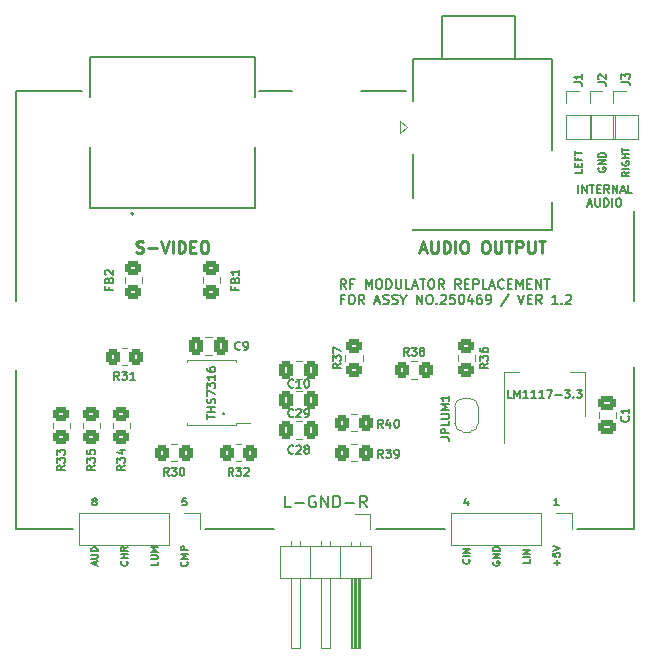
<source format=gto>
G04 #@! TF.GenerationSoftware,KiCad,Pcbnew,(6.0.0)*
G04 #@! TF.CreationDate,2022-03-23T09:25:18+01:00*
G04 #@! TF.ProjectId,rfreplacement,72667265-706c-4616-9365-6d656e742e6b,1.2*
G04 #@! TF.SameCoordinates,Original*
G04 #@! TF.FileFunction,Legend,Top*
G04 #@! TF.FilePolarity,Positive*
%FSLAX46Y46*%
G04 Gerber Fmt 4.6, Leading zero omitted, Abs format (unit mm)*
G04 Created by KiCad (PCBNEW (6.0.0)) date 2022-03-23 09:25:18*
%MOMM*%
%LPD*%
G01*
G04 APERTURE LIST*
G04 Aperture macros list*
%AMRoundRect*
0 Rectangle with rounded corners*
0 $1 Rounding radius*
0 $2 $3 $4 $5 $6 $7 $8 $9 X,Y pos of 4 corners*
0 Add a 4 corners polygon primitive as box body*
4,1,4,$2,$3,$4,$5,$6,$7,$8,$9,$2,$3,0*
0 Add four circle primitives for the rounded corners*
1,1,$1+$1,$2,$3*
1,1,$1+$1,$4,$5*
1,1,$1+$1,$6,$7*
1,1,$1+$1,$8,$9*
0 Add four rect primitives between the rounded corners*
20,1,$1+$1,$2,$3,$4,$5,0*
20,1,$1+$1,$4,$5,$6,$7,0*
20,1,$1+$1,$6,$7,$8,$9,0*
20,1,$1+$1,$8,$9,$2,$3,0*%
%AMFreePoly0*
4,1,22,0.500000,-0.750000,0.000000,-0.750000,0.000000,-0.745033,-0.079941,-0.743568,-0.215256,-0.701293,-0.333266,-0.622738,-0.424486,-0.514219,-0.481581,-0.384460,-0.499164,-0.250000,-0.500000,-0.250000,-0.500000,0.250000,-0.499164,0.250000,-0.499963,0.256109,-0.478152,0.396186,-0.417904,0.524511,-0.324060,0.630769,-0.204165,0.706417,-0.067858,0.745374,0.000000,0.744959,0.000000,0.750000,
0.500000,0.750000,0.500000,-0.750000,0.500000,-0.750000,$1*%
%AMFreePoly1*
4,1,20,0.000000,0.744959,0.073905,0.744508,0.209726,0.703889,0.328688,0.626782,0.421226,0.519385,0.479903,0.390333,0.500000,0.250000,0.500000,-0.250000,0.499851,-0.262216,0.476331,-0.402017,0.414519,-0.529596,0.319384,-0.634700,0.198574,-0.708877,0.061801,-0.746166,0.000000,-0.745033,0.000000,-0.750000,-0.500000,-0.750000,-0.500000,0.750000,0.000000,0.750000,0.000000,0.744959,
0.000000,0.744959,$1*%
G04 Aperture macros list end*
%ADD10C,0.150000*%
%ADD11C,0.250000*%
%ADD12C,0.120000*%
%ADD13C,0.127000*%
%ADD14C,0.200000*%
%ADD15R,1.700000X1.700000*%
%ADD16O,1.700000X1.700000*%
%ADD17R,1.450000X0.800000*%
%ADD18RoundRect,0.250000X-0.475000X0.337500X-0.475000X-0.337500X0.475000X-0.337500X0.475000X0.337500X0*%
%ADD19RoundRect,0.250000X0.337500X0.475000X-0.337500X0.475000X-0.337500X-0.475000X0.337500X-0.475000X0*%
%ADD20RoundRect,0.250000X-0.337500X-0.475000X0.337500X-0.475000X0.337500X0.475000X-0.337500X0.475000X0*%
%ADD21FreePoly0,270.000000*%
%ADD22FreePoly1,270.000000*%
%ADD23RoundRect,0.250000X-0.350000X-0.450000X0.350000X-0.450000X0.350000X0.450000X-0.350000X0.450000X0*%
%ADD24RoundRect,0.250000X0.450000X-0.350000X0.450000X0.350000X-0.450000X0.350000X-0.450000X-0.350000X0*%
%ADD25RoundRect,0.250000X-0.450000X0.350000X-0.450000X-0.350000X0.450000X-0.350000X0.450000X0.350000X0*%
%ADD26RoundRect,0.250000X0.350000X0.450000X-0.350000X0.450000X-0.350000X-0.450000X0.350000X-0.450000X0*%
%ADD27R,1.500000X2.000000*%
%ADD28R,3.800000X2.000000*%
%ADD29O,2.200000X4.000000*%
%ADD30O,4.000000X2.200000*%
%ADD31R,2.200000X4.000000*%
%ADD32R,1.398000X1.398000*%
%ADD33C,1.398000*%
%ADD34C,3.306000*%
%ADD35R,1.350000X1.350000*%
%ADD36O,1.350000X1.350000*%
%ADD37RoundRect,0.250000X0.450000X-0.325000X0.450000X0.325000X-0.450000X0.325000X-0.450000X-0.325000X0*%
%ADD38C,1.600000*%
%ADD39O,1.600000X1.600000*%
G04 APERTURE END LIST*
D10*
X150876000Y-80518000D02*
X150876000Y-73914000D01*
X150876000Y-86106000D02*
X150876000Y-99822000D01*
X103378000Y-99822000D02*
X98552000Y-99822000D01*
X121920000Y-62738000D02*
X119126000Y-62738000D01*
X134874000Y-99822000D02*
X129032000Y-99822000D01*
X98552000Y-62738000D02*
X98552000Y-80518000D01*
X98552000Y-99822000D02*
X98552000Y-86360000D01*
X150876000Y-99822000D02*
X146050000Y-99822000D01*
X120396000Y-99822000D02*
X114554000Y-99822000D01*
X150876000Y-73914000D02*
X150876000Y-72898000D01*
X104140000Y-62738000D02*
X98552000Y-62738000D01*
X127762000Y-62738000D02*
X131572000Y-62738000D01*
X138892000Y-102565142D02*
X138863428Y-102622285D01*
X138863428Y-102708000D01*
X138892000Y-102793714D01*
X138949142Y-102850857D01*
X139006285Y-102879428D01*
X139120571Y-102908000D01*
X139206285Y-102908000D01*
X139320571Y-102879428D01*
X139377714Y-102850857D01*
X139434857Y-102793714D01*
X139463428Y-102708000D01*
X139463428Y-102650857D01*
X139434857Y-102565142D01*
X139406285Y-102536571D01*
X139206285Y-102536571D01*
X139206285Y-102650857D01*
X139463428Y-102279428D02*
X138863428Y-102279428D01*
X139463428Y-101936571D01*
X138863428Y-101936571D01*
X139463428Y-101650857D02*
X138863428Y-101650857D01*
X138863428Y-101508000D01*
X138892000Y-101422285D01*
X138949142Y-101365142D01*
X139006285Y-101336571D01*
X139120571Y-101308000D01*
X139206285Y-101308000D01*
X139320571Y-101336571D01*
X139377714Y-101365142D01*
X139434857Y-101422285D01*
X139463428Y-101508000D01*
X139463428Y-101650857D01*
X112918857Y-97207428D02*
X112633142Y-97207428D01*
X112604571Y-97493142D01*
X112633142Y-97464571D01*
X112690285Y-97436000D01*
X112833142Y-97436000D01*
X112890285Y-97464571D01*
X112918857Y-97493142D01*
X112947428Y-97550285D01*
X112947428Y-97693142D01*
X112918857Y-97750285D01*
X112890285Y-97778857D01*
X112833142Y-97807428D01*
X112690285Y-97807428D01*
X112633142Y-97778857D01*
X112604571Y-97750285D01*
X144443428Y-97807428D02*
X144100571Y-97807428D01*
X144272000Y-97807428D02*
X144272000Y-97207428D01*
X144214857Y-97293142D01*
X144157714Y-97350285D01*
X144100571Y-97378857D01*
X121761619Y-97988380D02*
X121285428Y-97988380D01*
X121285428Y-96988380D01*
X122094952Y-97607428D02*
X122856857Y-97607428D01*
X123856857Y-97036000D02*
X123761619Y-96988380D01*
X123618761Y-96988380D01*
X123475904Y-97036000D01*
X123380666Y-97131238D01*
X123333047Y-97226476D01*
X123285428Y-97416952D01*
X123285428Y-97559809D01*
X123333047Y-97750285D01*
X123380666Y-97845523D01*
X123475904Y-97940761D01*
X123618761Y-97988380D01*
X123714000Y-97988380D01*
X123856857Y-97940761D01*
X123904476Y-97893142D01*
X123904476Y-97559809D01*
X123714000Y-97559809D01*
X124333047Y-97988380D02*
X124333047Y-96988380D01*
X124904476Y-97988380D01*
X124904476Y-96988380D01*
X125380666Y-97988380D02*
X125380666Y-96988380D01*
X125618761Y-96988380D01*
X125761619Y-97036000D01*
X125856857Y-97131238D01*
X125904476Y-97226476D01*
X125952095Y-97416952D01*
X125952095Y-97559809D01*
X125904476Y-97750285D01*
X125856857Y-97845523D01*
X125761619Y-97940761D01*
X125618761Y-97988380D01*
X125380666Y-97988380D01*
X126380666Y-97607428D02*
X127142571Y-97607428D01*
X128190190Y-97988380D02*
X127856857Y-97512190D01*
X127618761Y-97988380D02*
X127618761Y-96988380D01*
X127999714Y-96988380D01*
X128094952Y-97036000D01*
X128142571Y-97083619D01*
X128190190Y-97178857D01*
X128190190Y-97321714D01*
X128142571Y-97416952D01*
X128094952Y-97464571D01*
X127999714Y-97512190D01*
X127618761Y-97512190D01*
X150427428Y-69572000D02*
X150141714Y-69772000D01*
X150427428Y-69914857D02*
X149827428Y-69914857D01*
X149827428Y-69686285D01*
X149856000Y-69629142D01*
X149884571Y-69600571D01*
X149941714Y-69572000D01*
X150027428Y-69572000D01*
X150084571Y-69600571D01*
X150113142Y-69629142D01*
X150141714Y-69686285D01*
X150141714Y-69914857D01*
X150427428Y-69314857D02*
X149827428Y-69314857D01*
X149856000Y-68714857D02*
X149827428Y-68772000D01*
X149827428Y-68857714D01*
X149856000Y-68943428D01*
X149913142Y-69000571D01*
X149970285Y-69029142D01*
X150084571Y-69057714D01*
X150170285Y-69057714D01*
X150284571Y-69029142D01*
X150341714Y-69000571D01*
X150398857Y-68943428D01*
X150427428Y-68857714D01*
X150427428Y-68800571D01*
X150398857Y-68714857D01*
X150370285Y-68686285D01*
X150170285Y-68686285D01*
X150170285Y-68800571D01*
X150427428Y-68429142D02*
X149827428Y-68429142D01*
X150113142Y-68429142D02*
X150113142Y-68086285D01*
X150427428Y-68086285D02*
X149827428Y-68086285D01*
X149827428Y-67886285D02*
X149827428Y-67543428D01*
X150427428Y-67714857D02*
X149827428Y-67714857D01*
X107910285Y-102536571D02*
X107938857Y-102565142D01*
X107967428Y-102650857D01*
X107967428Y-102708000D01*
X107938857Y-102793714D01*
X107881714Y-102850857D01*
X107824571Y-102879428D01*
X107710285Y-102908000D01*
X107624571Y-102908000D01*
X107510285Y-102879428D01*
X107453142Y-102850857D01*
X107396000Y-102793714D01*
X107367428Y-102708000D01*
X107367428Y-102650857D01*
X107396000Y-102565142D01*
X107424571Y-102536571D01*
X107967428Y-102279428D02*
X107367428Y-102279428D01*
X107653142Y-102279428D02*
X107653142Y-101936571D01*
X107967428Y-101936571D02*
X107367428Y-101936571D01*
X107967428Y-101308000D02*
X107681714Y-101508000D01*
X107967428Y-101650857D02*
X107367428Y-101650857D01*
X107367428Y-101422285D01*
X107396000Y-101365142D01*
X107424571Y-101336571D01*
X107481714Y-101308000D01*
X107567428Y-101308000D01*
X107624571Y-101336571D01*
X107653142Y-101365142D01*
X107681714Y-101422285D01*
X107681714Y-101650857D01*
X112990285Y-102565142D02*
X113018857Y-102593714D01*
X113047428Y-102679428D01*
X113047428Y-102736571D01*
X113018857Y-102822285D01*
X112961714Y-102879428D01*
X112904571Y-102908000D01*
X112790285Y-102936571D01*
X112704571Y-102936571D01*
X112590285Y-102908000D01*
X112533142Y-102879428D01*
X112476000Y-102822285D01*
X112447428Y-102736571D01*
X112447428Y-102679428D01*
X112476000Y-102593714D01*
X112504571Y-102565142D01*
X113047428Y-102308000D02*
X112447428Y-102308000D01*
X112876000Y-102108000D01*
X112447428Y-101908000D01*
X113047428Y-101908000D01*
X113047428Y-101622285D02*
X112447428Y-101622285D01*
X112447428Y-101393714D01*
X112476000Y-101336571D01*
X112504571Y-101308000D01*
X112561714Y-101279428D01*
X112647428Y-101279428D01*
X112704571Y-101308000D01*
X112733142Y-101336571D01*
X112761714Y-101393714D01*
X112761714Y-101622285D01*
D11*
X108712380Y-76376761D02*
X108855238Y-76424380D01*
X109093333Y-76424380D01*
X109188571Y-76376761D01*
X109236190Y-76329142D01*
X109283809Y-76233904D01*
X109283809Y-76138666D01*
X109236190Y-76043428D01*
X109188571Y-75995809D01*
X109093333Y-75948190D01*
X108902857Y-75900571D01*
X108807619Y-75852952D01*
X108760000Y-75805333D01*
X108712380Y-75710095D01*
X108712380Y-75614857D01*
X108760000Y-75519619D01*
X108807619Y-75472000D01*
X108902857Y-75424380D01*
X109140952Y-75424380D01*
X109283809Y-75472000D01*
X109712380Y-76043428D02*
X110474285Y-76043428D01*
X110807619Y-75424380D02*
X111140952Y-76424380D01*
X111474285Y-75424380D01*
X111807619Y-76424380D02*
X111807619Y-75424380D01*
X112283809Y-76424380D02*
X112283809Y-75424380D01*
X112521904Y-75424380D01*
X112664761Y-75472000D01*
X112760000Y-75567238D01*
X112807619Y-75662476D01*
X112855238Y-75852952D01*
X112855238Y-75995809D01*
X112807619Y-76186285D01*
X112760000Y-76281523D01*
X112664761Y-76376761D01*
X112521904Y-76424380D01*
X112283809Y-76424380D01*
X113283809Y-75900571D02*
X113617142Y-75900571D01*
X113760000Y-76424380D02*
X113283809Y-76424380D01*
X113283809Y-75424380D01*
X113760000Y-75424380D01*
X114379047Y-75424380D02*
X114569523Y-75424380D01*
X114664761Y-75472000D01*
X114760000Y-75567238D01*
X114807619Y-75757714D01*
X114807619Y-76091047D01*
X114760000Y-76281523D01*
X114664761Y-76376761D01*
X114569523Y-76424380D01*
X114379047Y-76424380D01*
X114283809Y-76376761D01*
X114188571Y-76281523D01*
X114140952Y-76091047D01*
X114140952Y-75757714D01*
X114188571Y-75567238D01*
X114283809Y-75472000D01*
X114379047Y-75424380D01*
D10*
X146086000Y-71381166D02*
X146086000Y-70681166D01*
X146419333Y-71381166D02*
X146419333Y-70681166D01*
X146819333Y-71381166D01*
X146819333Y-70681166D01*
X147052666Y-70681166D02*
X147452666Y-70681166D01*
X147252666Y-71381166D02*
X147252666Y-70681166D01*
X147686000Y-71014500D02*
X147919333Y-71014500D01*
X148019333Y-71381166D02*
X147686000Y-71381166D01*
X147686000Y-70681166D01*
X148019333Y-70681166D01*
X148719333Y-71381166D02*
X148486000Y-71047833D01*
X148319333Y-71381166D02*
X148319333Y-70681166D01*
X148586000Y-70681166D01*
X148652666Y-70714500D01*
X148686000Y-70747833D01*
X148719333Y-70814500D01*
X148719333Y-70914500D01*
X148686000Y-70981166D01*
X148652666Y-71014500D01*
X148586000Y-71047833D01*
X148319333Y-71047833D01*
X149019333Y-71381166D02*
X149019333Y-70681166D01*
X149419333Y-71381166D01*
X149419333Y-70681166D01*
X149719333Y-71181166D02*
X150052666Y-71181166D01*
X149652666Y-71381166D02*
X149886000Y-70681166D01*
X150119333Y-71381166D01*
X150686000Y-71381166D02*
X150352666Y-71381166D01*
X150352666Y-70681166D01*
X146919333Y-72308166D02*
X147252666Y-72308166D01*
X146852666Y-72508166D02*
X147086000Y-71808166D01*
X147319333Y-72508166D01*
X147552666Y-71808166D02*
X147552666Y-72374833D01*
X147586000Y-72441500D01*
X147619333Y-72474833D01*
X147686000Y-72508166D01*
X147819333Y-72508166D01*
X147886000Y-72474833D01*
X147919333Y-72441500D01*
X147952666Y-72374833D01*
X147952666Y-71808166D01*
X148286000Y-72508166D02*
X148286000Y-71808166D01*
X148452666Y-71808166D01*
X148552666Y-71841500D01*
X148619333Y-71908166D01*
X148652666Y-71974833D01*
X148686000Y-72108166D01*
X148686000Y-72208166D01*
X148652666Y-72341500D01*
X148619333Y-72408166D01*
X148552666Y-72474833D01*
X148452666Y-72508166D01*
X148286000Y-72508166D01*
X148986000Y-72508166D02*
X148986000Y-71808166D01*
X149452666Y-71808166D02*
X149586000Y-71808166D01*
X149652666Y-71841500D01*
X149719333Y-71908166D01*
X149752666Y-72041500D01*
X149752666Y-72274833D01*
X149719333Y-72408166D01*
X149652666Y-72474833D01*
X149586000Y-72508166D01*
X149452666Y-72508166D01*
X149386000Y-72474833D01*
X149319333Y-72408166D01*
X149286000Y-72274833D01*
X149286000Y-72041500D01*
X149319333Y-71908166D01*
X149386000Y-71841500D01*
X149452666Y-71808166D01*
X116078000Y-90019142D02*
X116125619Y-90066761D01*
X116078000Y-90114380D01*
X116030380Y-90066761D01*
X116078000Y-90019142D01*
X116078000Y-90114380D01*
X144314857Y-102879428D02*
X144314857Y-102422285D01*
X144543428Y-102650857D02*
X144086285Y-102650857D01*
X143943428Y-101850857D02*
X143943428Y-102136571D01*
X144229142Y-102165142D01*
X144200571Y-102136571D01*
X144172000Y-102079428D01*
X144172000Y-101936571D01*
X144200571Y-101879428D01*
X144229142Y-101850857D01*
X144286285Y-101822285D01*
X144429142Y-101822285D01*
X144486285Y-101850857D01*
X144514857Y-101879428D01*
X144543428Y-101936571D01*
X144543428Y-102079428D01*
X144514857Y-102136571D01*
X144486285Y-102165142D01*
X143943428Y-101650857D02*
X144543428Y-101450857D01*
X143943428Y-101250857D01*
X136766285Y-97407428D02*
X136766285Y-97807428D01*
X136623428Y-97178857D02*
X136480571Y-97607428D01*
X136852000Y-97607428D01*
X136866285Y-102379428D02*
X136894857Y-102408000D01*
X136923428Y-102493714D01*
X136923428Y-102550857D01*
X136894857Y-102636571D01*
X136837714Y-102693714D01*
X136780571Y-102722285D01*
X136666285Y-102750857D01*
X136580571Y-102750857D01*
X136466285Y-102722285D01*
X136409142Y-102693714D01*
X136352000Y-102636571D01*
X136323428Y-102550857D01*
X136323428Y-102493714D01*
X136352000Y-102408000D01*
X136380571Y-102379428D01*
X136923428Y-102122285D02*
X136323428Y-102122285D01*
X136923428Y-101836571D02*
X136323428Y-101836571D01*
X136923428Y-101493714D01*
X136323428Y-101493714D01*
X110507428Y-102579428D02*
X110507428Y-102865142D01*
X109907428Y-102865142D01*
X109907428Y-102379428D02*
X110393142Y-102379428D01*
X110450285Y-102350857D01*
X110478857Y-102322285D01*
X110507428Y-102265142D01*
X110507428Y-102150857D01*
X110478857Y-102093714D01*
X110450285Y-102065142D01*
X110393142Y-102036571D01*
X109907428Y-102036571D01*
X110507428Y-101750857D02*
X109907428Y-101750857D01*
X110336000Y-101550857D01*
X109907428Y-101350857D01*
X110507428Y-101350857D01*
D11*
X132757904Y-76138666D02*
X133234095Y-76138666D01*
X132662666Y-76424380D02*
X132996000Y-75424380D01*
X133329333Y-76424380D01*
X133662666Y-75424380D02*
X133662666Y-76233904D01*
X133710285Y-76329142D01*
X133757904Y-76376761D01*
X133853142Y-76424380D01*
X134043619Y-76424380D01*
X134138857Y-76376761D01*
X134186476Y-76329142D01*
X134234095Y-76233904D01*
X134234095Y-75424380D01*
X134710285Y-76424380D02*
X134710285Y-75424380D01*
X134948380Y-75424380D01*
X135091238Y-75472000D01*
X135186476Y-75567238D01*
X135234095Y-75662476D01*
X135281714Y-75852952D01*
X135281714Y-75995809D01*
X135234095Y-76186285D01*
X135186476Y-76281523D01*
X135091238Y-76376761D01*
X134948380Y-76424380D01*
X134710285Y-76424380D01*
X135710285Y-76424380D02*
X135710285Y-75424380D01*
X136376952Y-75424380D02*
X136567428Y-75424380D01*
X136662666Y-75472000D01*
X136757904Y-75567238D01*
X136805523Y-75757714D01*
X136805523Y-76091047D01*
X136757904Y-76281523D01*
X136662666Y-76376761D01*
X136567428Y-76424380D01*
X136376952Y-76424380D01*
X136281714Y-76376761D01*
X136186476Y-76281523D01*
X136138857Y-76091047D01*
X136138857Y-75757714D01*
X136186476Y-75567238D01*
X136281714Y-75472000D01*
X136376952Y-75424380D01*
X138186476Y-75424380D02*
X138376952Y-75424380D01*
X138472190Y-75472000D01*
X138567428Y-75567238D01*
X138615047Y-75757714D01*
X138615047Y-76091047D01*
X138567428Y-76281523D01*
X138472190Y-76376761D01*
X138376952Y-76424380D01*
X138186476Y-76424380D01*
X138091238Y-76376761D01*
X137996000Y-76281523D01*
X137948380Y-76091047D01*
X137948380Y-75757714D01*
X137996000Y-75567238D01*
X138091238Y-75472000D01*
X138186476Y-75424380D01*
X139043619Y-75424380D02*
X139043619Y-76233904D01*
X139091238Y-76329142D01*
X139138857Y-76376761D01*
X139234095Y-76424380D01*
X139424571Y-76424380D01*
X139519809Y-76376761D01*
X139567428Y-76329142D01*
X139615047Y-76233904D01*
X139615047Y-75424380D01*
X139948380Y-75424380D02*
X140519809Y-75424380D01*
X140234095Y-76424380D02*
X140234095Y-75424380D01*
X140853142Y-76424380D02*
X140853142Y-75424380D01*
X141234095Y-75424380D01*
X141329333Y-75472000D01*
X141376952Y-75519619D01*
X141424571Y-75614857D01*
X141424571Y-75757714D01*
X141376952Y-75852952D01*
X141329333Y-75900571D01*
X141234095Y-75948190D01*
X140853142Y-75948190D01*
X141853142Y-75424380D02*
X141853142Y-76233904D01*
X141900761Y-76329142D01*
X141948380Y-76376761D01*
X142043619Y-76424380D01*
X142234095Y-76424380D01*
X142329333Y-76376761D01*
X142376952Y-76329142D01*
X142424571Y-76233904D01*
X142424571Y-75424380D01*
X142757904Y-75424380D02*
X143329333Y-75424380D01*
X143043619Y-76424380D02*
X143043619Y-75424380D01*
D10*
X126475119Y-79473904D02*
X126208452Y-79092952D01*
X126017976Y-79473904D02*
X126017976Y-78673904D01*
X126322738Y-78673904D01*
X126398928Y-78712000D01*
X126437023Y-78750095D01*
X126475119Y-78826285D01*
X126475119Y-78940571D01*
X126437023Y-79016761D01*
X126398928Y-79054857D01*
X126322738Y-79092952D01*
X126017976Y-79092952D01*
X127084642Y-79054857D02*
X126817976Y-79054857D01*
X126817976Y-79473904D02*
X126817976Y-78673904D01*
X127198928Y-78673904D01*
X128113214Y-79473904D02*
X128113214Y-78673904D01*
X128379880Y-79245333D01*
X128646547Y-78673904D01*
X128646547Y-79473904D01*
X129179880Y-78673904D02*
X129332261Y-78673904D01*
X129408452Y-78712000D01*
X129484642Y-78788190D01*
X129522738Y-78940571D01*
X129522738Y-79207238D01*
X129484642Y-79359619D01*
X129408452Y-79435809D01*
X129332261Y-79473904D01*
X129179880Y-79473904D01*
X129103690Y-79435809D01*
X129027500Y-79359619D01*
X128989404Y-79207238D01*
X128989404Y-78940571D01*
X129027500Y-78788190D01*
X129103690Y-78712000D01*
X129179880Y-78673904D01*
X129865595Y-79473904D02*
X129865595Y-78673904D01*
X130056071Y-78673904D01*
X130170357Y-78712000D01*
X130246547Y-78788190D01*
X130284642Y-78864380D01*
X130322738Y-79016761D01*
X130322738Y-79131047D01*
X130284642Y-79283428D01*
X130246547Y-79359619D01*
X130170357Y-79435809D01*
X130056071Y-79473904D01*
X129865595Y-79473904D01*
X130665595Y-78673904D02*
X130665595Y-79321523D01*
X130703690Y-79397714D01*
X130741785Y-79435809D01*
X130817976Y-79473904D01*
X130970357Y-79473904D01*
X131046547Y-79435809D01*
X131084642Y-79397714D01*
X131122738Y-79321523D01*
X131122738Y-78673904D01*
X131884642Y-79473904D02*
X131503690Y-79473904D01*
X131503690Y-78673904D01*
X132113214Y-79245333D02*
X132494166Y-79245333D01*
X132037023Y-79473904D02*
X132303690Y-78673904D01*
X132570357Y-79473904D01*
X132722738Y-78673904D02*
X133179880Y-78673904D01*
X132951309Y-79473904D02*
X132951309Y-78673904D01*
X133598928Y-78673904D02*
X133751309Y-78673904D01*
X133827500Y-78712000D01*
X133903690Y-78788190D01*
X133941785Y-78940571D01*
X133941785Y-79207238D01*
X133903690Y-79359619D01*
X133827500Y-79435809D01*
X133751309Y-79473904D01*
X133598928Y-79473904D01*
X133522738Y-79435809D01*
X133446547Y-79359619D01*
X133408452Y-79207238D01*
X133408452Y-78940571D01*
X133446547Y-78788190D01*
X133522738Y-78712000D01*
X133598928Y-78673904D01*
X134741785Y-79473904D02*
X134475119Y-79092952D01*
X134284642Y-79473904D02*
X134284642Y-78673904D01*
X134589404Y-78673904D01*
X134665595Y-78712000D01*
X134703690Y-78750095D01*
X134741785Y-78826285D01*
X134741785Y-78940571D01*
X134703690Y-79016761D01*
X134665595Y-79054857D01*
X134589404Y-79092952D01*
X134284642Y-79092952D01*
X136151309Y-79473904D02*
X135884642Y-79092952D01*
X135694166Y-79473904D02*
X135694166Y-78673904D01*
X135998928Y-78673904D01*
X136075119Y-78712000D01*
X136113214Y-78750095D01*
X136151309Y-78826285D01*
X136151309Y-78940571D01*
X136113214Y-79016761D01*
X136075119Y-79054857D01*
X135998928Y-79092952D01*
X135694166Y-79092952D01*
X136494166Y-79054857D02*
X136760833Y-79054857D01*
X136875119Y-79473904D02*
X136494166Y-79473904D01*
X136494166Y-78673904D01*
X136875119Y-78673904D01*
X137217976Y-79473904D02*
X137217976Y-78673904D01*
X137522738Y-78673904D01*
X137598928Y-78712000D01*
X137637023Y-78750095D01*
X137675119Y-78826285D01*
X137675119Y-78940571D01*
X137637023Y-79016761D01*
X137598928Y-79054857D01*
X137522738Y-79092952D01*
X137217976Y-79092952D01*
X138398928Y-79473904D02*
X138017976Y-79473904D01*
X138017976Y-78673904D01*
X138627500Y-79245333D02*
X139008452Y-79245333D01*
X138551309Y-79473904D02*
X138817976Y-78673904D01*
X139084642Y-79473904D01*
X139808452Y-79397714D02*
X139770357Y-79435809D01*
X139656071Y-79473904D01*
X139579880Y-79473904D01*
X139465595Y-79435809D01*
X139389404Y-79359619D01*
X139351309Y-79283428D01*
X139313214Y-79131047D01*
X139313214Y-79016761D01*
X139351309Y-78864380D01*
X139389404Y-78788190D01*
X139465595Y-78712000D01*
X139579880Y-78673904D01*
X139656071Y-78673904D01*
X139770357Y-78712000D01*
X139808452Y-78750095D01*
X140151309Y-79054857D02*
X140417976Y-79054857D01*
X140532261Y-79473904D02*
X140151309Y-79473904D01*
X140151309Y-78673904D01*
X140532261Y-78673904D01*
X140875119Y-79473904D02*
X140875119Y-78673904D01*
X141141785Y-79245333D01*
X141408452Y-78673904D01*
X141408452Y-79473904D01*
X141789404Y-79054857D02*
X142056071Y-79054857D01*
X142170357Y-79473904D02*
X141789404Y-79473904D01*
X141789404Y-78673904D01*
X142170357Y-78673904D01*
X142513214Y-79473904D02*
X142513214Y-78673904D01*
X142970357Y-79473904D01*
X142970357Y-78673904D01*
X143237023Y-78673904D02*
X143694166Y-78673904D01*
X143465595Y-79473904D02*
X143465595Y-78673904D01*
X126284642Y-80342857D02*
X126017976Y-80342857D01*
X126017976Y-80761904D02*
X126017976Y-79961904D01*
X126398928Y-79961904D01*
X126856071Y-79961904D02*
X127008452Y-79961904D01*
X127084642Y-80000000D01*
X127160833Y-80076190D01*
X127198928Y-80228571D01*
X127198928Y-80495238D01*
X127160833Y-80647619D01*
X127084642Y-80723809D01*
X127008452Y-80761904D01*
X126856071Y-80761904D01*
X126779880Y-80723809D01*
X126703690Y-80647619D01*
X126665595Y-80495238D01*
X126665595Y-80228571D01*
X126703690Y-80076190D01*
X126779880Y-80000000D01*
X126856071Y-79961904D01*
X127998928Y-80761904D02*
X127732261Y-80380952D01*
X127541785Y-80761904D02*
X127541785Y-79961904D01*
X127846547Y-79961904D01*
X127922738Y-80000000D01*
X127960833Y-80038095D01*
X127998928Y-80114285D01*
X127998928Y-80228571D01*
X127960833Y-80304761D01*
X127922738Y-80342857D01*
X127846547Y-80380952D01*
X127541785Y-80380952D01*
X128913214Y-80533333D02*
X129294166Y-80533333D01*
X128837023Y-80761904D02*
X129103690Y-79961904D01*
X129370357Y-80761904D01*
X129598928Y-80723809D02*
X129713214Y-80761904D01*
X129903690Y-80761904D01*
X129979880Y-80723809D01*
X130017976Y-80685714D01*
X130056071Y-80609523D01*
X130056071Y-80533333D01*
X130017976Y-80457142D01*
X129979880Y-80419047D01*
X129903690Y-80380952D01*
X129751309Y-80342857D01*
X129675119Y-80304761D01*
X129637023Y-80266666D01*
X129598928Y-80190476D01*
X129598928Y-80114285D01*
X129637023Y-80038095D01*
X129675119Y-80000000D01*
X129751309Y-79961904D01*
X129941785Y-79961904D01*
X130056071Y-80000000D01*
X130360833Y-80723809D02*
X130475119Y-80761904D01*
X130665595Y-80761904D01*
X130741785Y-80723809D01*
X130779880Y-80685714D01*
X130817976Y-80609523D01*
X130817976Y-80533333D01*
X130779880Y-80457142D01*
X130741785Y-80419047D01*
X130665595Y-80380952D01*
X130513214Y-80342857D01*
X130437023Y-80304761D01*
X130398928Y-80266666D01*
X130360833Y-80190476D01*
X130360833Y-80114285D01*
X130398928Y-80038095D01*
X130437023Y-80000000D01*
X130513214Y-79961904D01*
X130703690Y-79961904D01*
X130817976Y-80000000D01*
X131313214Y-80380952D02*
X131313214Y-80761904D01*
X131046547Y-79961904D02*
X131313214Y-80380952D01*
X131579880Y-79961904D01*
X132456071Y-80761904D02*
X132456071Y-79961904D01*
X132913214Y-80761904D01*
X132913214Y-79961904D01*
X133446547Y-79961904D02*
X133598928Y-79961904D01*
X133675119Y-80000000D01*
X133751309Y-80076190D01*
X133789404Y-80228571D01*
X133789404Y-80495238D01*
X133751309Y-80647619D01*
X133675119Y-80723809D01*
X133598928Y-80761904D01*
X133446547Y-80761904D01*
X133370357Y-80723809D01*
X133294166Y-80647619D01*
X133256071Y-80495238D01*
X133256071Y-80228571D01*
X133294166Y-80076190D01*
X133370357Y-80000000D01*
X133446547Y-79961904D01*
X134132261Y-80685714D02*
X134170357Y-80723809D01*
X134132261Y-80761904D01*
X134094166Y-80723809D01*
X134132261Y-80685714D01*
X134132261Y-80761904D01*
X134475119Y-80038095D02*
X134513214Y-80000000D01*
X134589404Y-79961904D01*
X134779880Y-79961904D01*
X134856071Y-80000000D01*
X134894166Y-80038095D01*
X134932261Y-80114285D01*
X134932261Y-80190476D01*
X134894166Y-80304761D01*
X134437023Y-80761904D01*
X134932261Y-80761904D01*
X135656071Y-79961904D02*
X135275119Y-79961904D01*
X135237023Y-80342857D01*
X135275119Y-80304761D01*
X135351309Y-80266666D01*
X135541785Y-80266666D01*
X135617976Y-80304761D01*
X135656071Y-80342857D01*
X135694166Y-80419047D01*
X135694166Y-80609523D01*
X135656071Y-80685714D01*
X135617976Y-80723809D01*
X135541785Y-80761904D01*
X135351309Y-80761904D01*
X135275119Y-80723809D01*
X135237023Y-80685714D01*
X136189404Y-79961904D02*
X136265595Y-79961904D01*
X136341785Y-80000000D01*
X136379880Y-80038095D01*
X136417976Y-80114285D01*
X136456071Y-80266666D01*
X136456071Y-80457142D01*
X136417976Y-80609523D01*
X136379880Y-80685714D01*
X136341785Y-80723809D01*
X136265595Y-80761904D01*
X136189404Y-80761904D01*
X136113214Y-80723809D01*
X136075119Y-80685714D01*
X136037023Y-80609523D01*
X135998928Y-80457142D01*
X135998928Y-80266666D01*
X136037023Y-80114285D01*
X136075119Y-80038095D01*
X136113214Y-80000000D01*
X136189404Y-79961904D01*
X137141785Y-80228571D02*
X137141785Y-80761904D01*
X136951309Y-79923809D02*
X136760833Y-80495238D01*
X137256071Y-80495238D01*
X137903690Y-79961904D02*
X137751309Y-79961904D01*
X137675119Y-80000000D01*
X137637023Y-80038095D01*
X137560833Y-80152380D01*
X137522738Y-80304761D01*
X137522738Y-80609523D01*
X137560833Y-80685714D01*
X137598928Y-80723809D01*
X137675119Y-80761904D01*
X137827500Y-80761904D01*
X137903690Y-80723809D01*
X137941785Y-80685714D01*
X137979880Y-80609523D01*
X137979880Y-80419047D01*
X137941785Y-80342857D01*
X137903690Y-80304761D01*
X137827500Y-80266666D01*
X137675119Y-80266666D01*
X137598928Y-80304761D01*
X137560833Y-80342857D01*
X137522738Y-80419047D01*
X138360833Y-80761904D02*
X138513214Y-80761904D01*
X138589404Y-80723809D01*
X138627500Y-80685714D01*
X138703690Y-80571428D01*
X138741785Y-80419047D01*
X138741785Y-80114285D01*
X138703690Y-80038095D01*
X138665595Y-80000000D01*
X138589404Y-79961904D01*
X138437023Y-79961904D01*
X138360833Y-80000000D01*
X138322738Y-80038095D01*
X138284642Y-80114285D01*
X138284642Y-80304761D01*
X138322738Y-80380952D01*
X138360833Y-80419047D01*
X138437023Y-80457142D01*
X138589404Y-80457142D01*
X138665595Y-80419047D01*
X138703690Y-80380952D01*
X138741785Y-80304761D01*
X140265595Y-79923809D02*
X139579880Y-80952380D01*
X141027500Y-79961904D02*
X141294166Y-80761904D01*
X141560833Y-79961904D01*
X141827500Y-80342857D02*
X142094166Y-80342857D01*
X142208452Y-80761904D02*
X141827500Y-80761904D01*
X141827500Y-79961904D01*
X142208452Y-79961904D01*
X143008452Y-80761904D02*
X142741785Y-80380952D01*
X142551309Y-80761904D02*
X142551309Y-79961904D01*
X142856071Y-79961904D01*
X142932261Y-80000000D01*
X142970357Y-80038095D01*
X143008452Y-80114285D01*
X143008452Y-80228571D01*
X142970357Y-80304761D01*
X142932261Y-80342857D01*
X142856071Y-80380952D01*
X142551309Y-80380952D01*
X144379880Y-80761904D02*
X143922738Y-80761904D01*
X144151309Y-80761904D02*
X144151309Y-79961904D01*
X144075119Y-80076190D01*
X143998928Y-80152380D01*
X143922738Y-80190476D01*
X144722738Y-80685714D02*
X144760833Y-80723809D01*
X144722738Y-80761904D01*
X144684642Y-80723809D01*
X144722738Y-80685714D01*
X144722738Y-80761904D01*
X145065595Y-80038095D02*
X145103690Y-80000000D01*
X145179880Y-79961904D01*
X145370357Y-79961904D01*
X145446547Y-80000000D01*
X145484642Y-80038095D01*
X145522738Y-80114285D01*
X145522738Y-80190476D01*
X145484642Y-80304761D01*
X145027500Y-80761904D01*
X145522738Y-80761904D01*
X105098857Y-97464571D02*
X105041714Y-97436000D01*
X105013142Y-97407428D01*
X104984571Y-97350285D01*
X104984571Y-97321714D01*
X105013142Y-97264571D01*
X105041714Y-97236000D01*
X105098857Y-97207428D01*
X105213142Y-97207428D01*
X105270285Y-97236000D01*
X105298857Y-97264571D01*
X105327428Y-97321714D01*
X105327428Y-97350285D01*
X105298857Y-97407428D01*
X105270285Y-97436000D01*
X105213142Y-97464571D01*
X105098857Y-97464571D01*
X105041714Y-97493142D01*
X105013142Y-97521714D01*
X104984571Y-97578857D01*
X104984571Y-97693142D01*
X105013142Y-97750285D01*
X105041714Y-97778857D01*
X105098857Y-97807428D01*
X105213142Y-97807428D01*
X105270285Y-97778857D01*
X105298857Y-97750285D01*
X105327428Y-97693142D01*
X105327428Y-97578857D01*
X105298857Y-97521714D01*
X105270285Y-97493142D01*
X105213142Y-97464571D01*
X147856000Y-69229142D02*
X147827428Y-69286285D01*
X147827428Y-69372000D01*
X147856000Y-69457714D01*
X147913142Y-69514857D01*
X147970285Y-69543428D01*
X148084571Y-69572000D01*
X148170285Y-69572000D01*
X148284571Y-69543428D01*
X148341714Y-69514857D01*
X148398857Y-69457714D01*
X148427428Y-69372000D01*
X148427428Y-69314857D01*
X148398857Y-69229142D01*
X148370285Y-69200571D01*
X148170285Y-69200571D01*
X148170285Y-69314857D01*
X148427428Y-68943428D02*
X147827428Y-68943428D01*
X148427428Y-68600571D01*
X147827428Y-68600571D01*
X148427428Y-68314857D02*
X147827428Y-68314857D01*
X147827428Y-68172000D01*
X147856000Y-68086285D01*
X147913142Y-68029142D01*
X147970285Y-68000571D01*
X148084571Y-67972000D01*
X148170285Y-67972000D01*
X148284571Y-68000571D01*
X148341714Y-68029142D01*
X148398857Y-68086285D01*
X148427428Y-68172000D01*
X148427428Y-68314857D01*
X146427428Y-69343428D02*
X146427428Y-69629142D01*
X145827428Y-69629142D01*
X146113142Y-69143428D02*
X146113142Y-68943428D01*
X146427428Y-68857714D02*
X146427428Y-69143428D01*
X145827428Y-69143428D01*
X145827428Y-68857714D01*
X146113142Y-68400571D02*
X146113142Y-68600571D01*
X146427428Y-68600571D02*
X145827428Y-68600571D01*
X145827428Y-68314857D01*
X145827428Y-68172000D02*
X145827428Y-67829142D01*
X146427428Y-68000571D02*
X145827428Y-68000571D01*
X142003428Y-102379428D02*
X142003428Y-102665142D01*
X141403428Y-102665142D01*
X142003428Y-102179428D02*
X141403428Y-102179428D01*
X142003428Y-101893714D02*
X141403428Y-101893714D01*
X142003428Y-101550857D01*
X141403428Y-101550857D01*
X105256000Y-102865142D02*
X105256000Y-102579428D01*
X105427428Y-102922285D02*
X104827428Y-102722285D01*
X105427428Y-102522285D01*
X104827428Y-102322285D02*
X105313142Y-102322285D01*
X105370285Y-102293714D01*
X105398857Y-102265142D01*
X105427428Y-102208000D01*
X105427428Y-102093714D01*
X105398857Y-102036571D01*
X105370285Y-102008000D01*
X105313142Y-101979428D01*
X104827428Y-101979428D01*
X105427428Y-101693714D02*
X104827428Y-101693714D01*
X104827428Y-101550857D01*
X104856000Y-101465142D01*
X104913142Y-101408000D01*
X104970285Y-101379428D01*
X105084571Y-101350857D01*
X105170285Y-101350857D01*
X105284571Y-101379428D01*
X105341714Y-101408000D01*
X105398857Y-101465142D01*
X105427428Y-101550857D01*
X105427428Y-101693714D01*
X114678666Y-90498333D02*
X114678666Y-90098333D01*
X115378666Y-90298333D02*
X114678666Y-90298333D01*
X115378666Y-89865000D02*
X114678666Y-89865000D01*
X115012000Y-89865000D02*
X115012000Y-89465000D01*
X115378666Y-89465000D02*
X114678666Y-89465000D01*
X115345333Y-89165000D02*
X115378666Y-89065000D01*
X115378666Y-88898333D01*
X115345333Y-88831666D01*
X115312000Y-88798333D01*
X115245333Y-88765000D01*
X115178666Y-88765000D01*
X115112000Y-88798333D01*
X115078666Y-88831666D01*
X115045333Y-88898333D01*
X115012000Y-89031666D01*
X114978666Y-89098333D01*
X114945333Y-89131666D01*
X114878666Y-89165000D01*
X114812000Y-89165000D01*
X114745333Y-89131666D01*
X114712000Y-89098333D01*
X114678666Y-89031666D01*
X114678666Y-88865000D01*
X114712000Y-88765000D01*
X114678666Y-88531666D02*
X114678666Y-88065000D01*
X115378666Y-88365000D01*
X114678666Y-87865000D02*
X114678666Y-87431666D01*
X114945333Y-87665000D01*
X114945333Y-87565000D01*
X114978666Y-87498333D01*
X115012000Y-87465000D01*
X115078666Y-87431666D01*
X115245333Y-87431666D01*
X115312000Y-87465000D01*
X115345333Y-87498333D01*
X115378666Y-87565000D01*
X115378666Y-87765000D01*
X115345333Y-87831666D01*
X115312000Y-87865000D01*
X115378666Y-86765000D02*
X115378666Y-87165000D01*
X115378666Y-86965000D02*
X114678666Y-86965000D01*
X114778666Y-87031666D01*
X114845333Y-87098333D01*
X114878666Y-87165000D01*
X114678666Y-86165000D02*
X114678666Y-86298333D01*
X114712000Y-86365000D01*
X114745333Y-86398333D01*
X114845333Y-86465000D01*
X114978666Y-86498333D01*
X115245333Y-86498333D01*
X115312000Y-86465000D01*
X115345333Y-86431666D01*
X115378666Y-86365000D01*
X115378666Y-86231666D01*
X115345333Y-86165000D01*
X115312000Y-86131666D01*
X115245333Y-86098333D01*
X115078666Y-86098333D01*
X115012000Y-86131666D01*
X114978666Y-86165000D01*
X114945333Y-86231666D01*
X114945333Y-86365000D01*
X114978666Y-86431666D01*
X115012000Y-86465000D01*
X115078666Y-86498333D01*
X150364000Y-90277666D02*
X150397333Y-90311000D01*
X150430666Y-90411000D01*
X150430666Y-90477666D01*
X150397333Y-90577666D01*
X150330666Y-90644333D01*
X150264000Y-90677666D01*
X150130666Y-90711000D01*
X150030666Y-90711000D01*
X149897333Y-90677666D01*
X149830666Y-90644333D01*
X149764000Y-90577666D01*
X149730666Y-90477666D01*
X149730666Y-90411000D01*
X149764000Y-90311000D01*
X149797333Y-90277666D01*
X150430666Y-89611000D02*
X150430666Y-90011000D01*
X150430666Y-89811000D02*
X149730666Y-89811000D01*
X149830666Y-89877666D01*
X149897333Y-89944333D01*
X149930666Y-90011000D01*
X117485333Y-84578000D02*
X117452000Y-84611333D01*
X117352000Y-84644666D01*
X117285333Y-84644666D01*
X117185333Y-84611333D01*
X117118666Y-84544666D01*
X117085333Y-84478000D01*
X117052000Y-84344666D01*
X117052000Y-84244666D01*
X117085333Y-84111333D01*
X117118666Y-84044666D01*
X117185333Y-83978000D01*
X117285333Y-83944666D01*
X117352000Y-83944666D01*
X117452000Y-83978000D01*
X117485333Y-84011333D01*
X117818666Y-84644666D02*
X117952000Y-84644666D01*
X118018666Y-84611333D01*
X118052000Y-84578000D01*
X118118666Y-84478000D01*
X118152000Y-84344666D01*
X118152000Y-84078000D01*
X118118666Y-84011333D01*
X118085333Y-83978000D01*
X118018666Y-83944666D01*
X117885333Y-83944666D01*
X117818666Y-83978000D01*
X117785333Y-84011333D01*
X117752000Y-84078000D01*
X117752000Y-84244666D01*
X117785333Y-84311333D01*
X117818666Y-84344666D01*
X117885333Y-84378000D01*
X118018666Y-84378000D01*
X118085333Y-84344666D01*
X118118666Y-84311333D01*
X118152000Y-84244666D01*
X121987000Y-87772000D02*
X121953666Y-87805333D01*
X121853666Y-87838666D01*
X121787000Y-87838666D01*
X121687000Y-87805333D01*
X121620333Y-87738666D01*
X121587000Y-87672000D01*
X121553666Y-87538666D01*
X121553666Y-87438666D01*
X121587000Y-87305333D01*
X121620333Y-87238666D01*
X121687000Y-87172000D01*
X121787000Y-87138666D01*
X121853666Y-87138666D01*
X121953666Y-87172000D01*
X121987000Y-87205333D01*
X122653666Y-87838666D02*
X122253666Y-87838666D01*
X122453666Y-87838666D02*
X122453666Y-87138666D01*
X122387000Y-87238666D01*
X122320333Y-87305333D01*
X122253666Y-87338666D01*
X123087000Y-87138666D02*
X123153666Y-87138666D01*
X123220333Y-87172000D01*
X123253666Y-87205333D01*
X123287000Y-87272000D01*
X123320333Y-87405333D01*
X123320333Y-87572000D01*
X123287000Y-87705333D01*
X123253666Y-87772000D01*
X123220333Y-87805333D01*
X123153666Y-87838666D01*
X123087000Y-87838666D01*
X123020333Y-87805333D01*
X122987000Y-87772000D01*
X122953666Y-87705333D01*
X122920333Y-87572000D01*
X122920333Y-87405333D01*
X122953666Y-87272000D01*
X122987000Y-87205333D01*
X123020333Y-87172000D01*
X123087000Y-87138666D01*
X121987000Y-90272000D02*
X121953666Y-90305333D01*
X121853666Y-90338666D01*
X121787000Y-90338666D01*
X121687000Y-90305333D01*
X121620333Y-90238666D01*
X121587000Y-90172000D01*
X121553666Y-90038666D01*
X121553666Y-89938666D01*
X121587000Y-89805333D01*
X121620333Y-89738666D01*
X121687000Y-89672000D01*
X121787000Y-89638666D01*
X121853666Y-89638666D01*
X121953666Y-89672000D01*
X121987000Y-89705333D01*
X122253666Y-89705333D02*
X122287000Y-89672000D01*
X122353666Y-89638666D01*
X122520333Y-89638666D01*
X122587000Y-89672000D01*
X122620333Y-89705333D01*
X122653666Y-89772000D01*
X122653666Y-89838666D01*
X122620333Y-89938666D01*
X122220333Y-90338666D01*
X122653666Y-90338666D01*
X122987000Y-90338666D02*
X123120333Y-90338666D01*
X123187000Y-90305333D01*
X123220333Y-90272000D01*
X123287000Y-90172000D01*
X123320333Y-90038666D01*
X123320333Y-89772000D01*
X123287000Y-89705333D01*
X123253666Y-89672000D01*
X123187000Y-89638666D01*
X123053666Y-89638666D01*
X122987000Y-89672000D01*
X122953666Y-89705333D01*
X122920333Y-89772000D01*
X122920333Y-89938666D01*
X122953666Y-90005333D01*
X122987000Y-90038666D01*
X123053666Y-90072000D01*
X123187000Y-90072000D01*
X123253666Y-90038666D01*
X123287000Y-90005333D01*
X123320333Y-89938666D01*
X134490666Y-92057333D02*
X134990666Y-92057333D01*
X135090666Y-92090666D01*
X135157333Y-92157333D01*
X135190666Y-92257333D01*
X135190666Y-92324000D01*
X135190666Y-91724000D02*
X134490666Y-91724000D01*
X134490666Y-91457333D01*
X134524000Y-91390666D01*
X134557333Y-91357333D01*
X134624000Y-91324000D01*
X134724000Y-91324000D01*
X134790666Y-91357333D01*
X134824000Y-91390666D01*
X134857333Y-91457333D01*
X134857333Y-91724000D01*
X135190666Y-90690666D02*
X135190666Y-91024000D01*
X134490666Y-91024000D01*
X134490666Y-90457333D02*
X135057333Y-90457333D01*
X135124000Y-90424000D01*
X135157333Y-90390666D01*
X135190666Y-90324000D01*
X135190666Y-90190666D01*
X135157333Y-90124000D01*
X135124000Y-90090666D01*
X135057333Y-90057333D01*
X134490666Y-90057333D01*
X135190666Y-89724000D02*
X134490666Y-89724000D01*
X134990666Y-89490666D01*
X134490666Y-89257333D01*
X135190666Y-89257333D01*
X135190666Y-88557333D02*
X135190666Y-88957333D01*
X135190666Y-88757333D02*
X134490666Y-88757333D01*
X134590666Y-88824000D01*
X134657333Y-88890666D01*
X134690666Y-88957333D01*
X107246000Y-87184666D02*
X107012666Y-86851333D01*
X106846000Y-87184666D02*
X106846000Y-86484666D01*
X107112666Y-86484666D01*
X107179333Y-86518000D01*
X107212666Y-86551333D01*
X107246000Y-86618000D01*
X107246000Y-86718000D01*
X107212666Y-86784666D01*
X107179333Y-86818000D01*
X107112666Y-86851333D01*
X106846000Y-86851333D01*
X107479333Y-86484666D02*
X107912666Y-86484666D01*
X107679333Y-86751333D01*
X107779333Y-86751333D01*
X107846000Y-86784666D01*
X107879333Y-86818000D01*
X107912666Y-86884666D01*
X107912666Y-87051333D01*
X107879333Y-87118000D01*
X107846000Y-87151333D01*
X107779333Y-87184666D01*
X107579333Y-87184666D01*
X107512666Y-87151333D01*
X107479333Y-87118000D01*
X108579333Y-87184666D02*
X108179333Y-87184666D01*
X108379333Y-87184666D02*
X108379333Y-86484666D01*
X108312666Y-86584666D01*
X108246000Y-86651333D01*
X108179333Y-86684666D01*
X116907000Y-95312666D02*
X116673666Y-94979333D01*
X116507000Y-95312666D02*
X116507000Y-94612666D01*
X116773666Y-94612666D01*
X116840333Y-94646000D01*
X116873666Y-94679333D01*
X116907000Y-94746000D01*
X116907000Y-94846000D01*
X116873666Y-94912666D01*
X116840333Y-94946000D01*
X116773666Y-94979333D01*
X116507000Y-94979333D01*
X117140333Y-94612666D02*
X117573666Y-94612666D01*
X117340333Y-94879333D01*
X117440333Y-94879333D01*
X117507000Y-94912666D01*
X117540333Y-94946000D01*
X117573666Y-95012666D01*
X117573666Y-95179333D01*
X117540333Y-95246000D01*
X117507000Y-95279333D01*
X117440333Y-95312666D01*
X117240333Y-95312666D01*
X117173666Y-95279333D01*
X117140333Y-95246000D01*
X117840333Y-94679333D02*
X117873666Y-94646000D01*
X117940333Y-94612666D01*
X118107000Y-94612666D01*
X118173666Y-94646000D01*
X118207000Y-94679333D01*
X118240333Y-94746000D01*
X118240333Y-94812666D01*
X118207000Y-94912666D01*
X117807000Y-95312666D01*
X118240333Y-95312666D01*
X102678666Y-94430000D02*
X102345333Y-94663333D01*
X102678666Y-94830000D02*
X101978666Y-94830000D01*
X101978666Y-94563333D01*
X102012000Y-94496666D01*
X102045333Y-94463333D01*
X102112000Y-94430000D01*
X102212000Y-94430000D01*
X102278666Y-94463333D01*
X102312000Y-94496666D01*
X102345333Y-94563333D01*
X102345333Y-94830000D01*
X101978666Y-94196666D02*
X101978666Y-93763333D01*
X102245333Y-93996666D01*
X102245333Y-93896666D01*
X102278666Y-93830000D01*
X102312000Y-93796666D01*
X102378666Y-93763333D01*
X102545333Y-93763333D01*
X102612000Y-93796666D01*
X102645333Y-93830000D01*
X102678666Y-93896666D01*
X102678666Y-94096666D01*
X102645333Y-94163333D01*
X102612000Y-94196666D01*
X101978666Y-93530000D02*
X101978666Y-93096666D01*
X102245333Y-93330000D01*
X102245333Y-93230000D01*
X102278666Y-93163333D01*
X102312000Y-93130000D01*
X102378666Y-93096666D01*
X102545333Y-93096666D01*
X102612000Y-93130000D01*
X102645333Y-93163333D01*
X102678666Y-93230000D01*
X102678666Y-93430000D01*
X102645333Y-93496666D01*
X102612000Y-93530000D01*
X107758666Y-94430000D02*
X107425333Y-94663333D01*
X107758666Y-94830000D02*
X107058666Y-94830000D01*
X107058666Y-94563333D01*
X107092000Y-94496666D01*
X107125333Y-94463333D01*
X107192000Y-94430000D01*
X107292000Y-94430000D01*
X107358666Y-94463333D01*
X107392000Y-94496666D01*
X107425333Y-94563333D01*
X107425333Y-94830000D01*
X107058666Y-94196666D02*
X107058666Y-93763333D01*
X107325333Y-93996666D01*
X107325333Y-93896666D01*
X107358666Y-93830000D01*
X107392000Y-93796666D01*
X107458666Y-93763333D01*
X107625333Y-93763333D01*
X107692000Y-93796666D01*
X107725333Y-93830000D01*
X107758666Y-93896666D01*
X107758666Y-94096666D01*
X107725333Y-94163333D01*
X107692000Y-94196666D01*
X107292000Y-93163333D02*
X107758666Y-93163333D01*
X107025333Y-93330000D02*
X107525333Y-93496666D01*
X107525333Y-93063333D01*
X105218666Y-94430000D02*
X104885333Y-94663333D01*
X105218666Y-94830000D02*
X104518666Y-94830000D01*
X104518666Y-94563333D01*
X104552000Y-94496666D01*
X104585333Y-94463333D01*
X104652000Y-94430000D01*
X104752000Y-94430000D01*
X104818666Y-94463333D01*
X104852000Y-94496666D01*
X104885333Y-94563333D01*
X104885333Y-94830000D01*
X104518666Y-94196666D02*
X104518666Y-93763333D01*
X104785333Y-93996666D01*
X104785333Y-93896666D01*
X104818666Y-93830000D01*
X104852000Y-93796666D01*
X104918666Y-93763333D01*
X105085333Y-93763333D01*
X105152000Y-93796666D01*
X105185333Y-93830000D01*
X105218666Y-93896666D01*
X105218666Y-94096666D01*
X105185333Y-94163333D01*
X105152000Y-94196666D01*
X104518666Y-93130000D02*
X104518666Y-93463333D01*
X104852000Y-93496666D01*
X104818666Y-93463333D01*
X104785333Y-93396666D01*
X104785333Y-93230000D01*
X104818666Y-93163333D01*
X104852000Y-93130000D01*
X104918666Y-93096666D01*
X105085333Y-93096666D01*
X105152000Y-93130000D01*
X105185333Y-93163333D01*
X105218666Y-93230000D01*
X105218666Y-93396666D01*
X105185333Y-93463333D01*
X105152000Y-93496666D01*
X138492666Y-85794000D02*
X138159333Y-86027333D01*
X138492666Y-86194000D02*
X137792666Y-86194000D01*
X137792666Y-85927333D01*
X137826000Y-85860666D01*
X137859333Y-85827333D01*
X137926000Y-85794000D01*
X138026000Y-85794000D01*
X138092666Y-85827333D01*
X138126000Y-85860666D01*
X138159333Y-85927333D01*
X138159333Y-86194000D01*
X137792666Y-85560666D02*
X137792666Y-85127333D01*
X138059333Y-85360666D01*
X138059333Y-85260666D01*
X138092666Y-85194000D01*
X138126000Y-85160666D01*
X138192666Y-85127333D01*
X138359333Y-85127333D01*
X138426000Y-85160666D01*
X138459333Y-85194000D01*
X138492666Y-85260666D01*
X138492666Y-85460666D01*
X138459333Y-85527333D01*
X138426000Y-85560666D01*
X137792666Y-84527333D02*
X137792666Y-84660666D01*
X137826000Y-84727333D01*
X137859333Y-84760666D01*
X137959333Y-84827333D01*
X138092666Y-84860666D01*
X138359333Y-84860666D01*
X138426000Y-84827333D01*
X138459333Y-84794000D01*
X138492666Y-84727333D01*
X138492666Y-84594000D01*
X138459333Y-84527333D01*
X138426000Y-84494000D01*
X138359333Y-84460666D01*
X138192666Y-84460666D01*
X138126000Y-84494000D01*
X138092666Y-84527333D01*
X138059333Y-84594000D01*
X138059333Y-84727333D01*
X138092666Y-84794000D01*
X138126000Y-84827333D01*
X138192666Y-84860666D01*
X126046666Y-85785000D02*
X125713333Y-86018333D01*
X126046666Y-86185000D02*
X125346666Y-86185000D01*
X125346666Y-85918333D01*
X125380000Y-85851666D01*
X125413333Y-85818333D01*
X125480000Y-85785000D01*
X125580000Y-85785000D01*
X125646666Y-85818333D01*
X125680000Y-85851666D01*
X125713333Y-85918333D01*
X125713333Y-86185000D01*
X125346666Y-85551666D02*
X125346666Y-85118333D01*
X125613333Y-85351666D01*
X125613333Y-85251666D01*
X125646666Y-85185000D01*
X125680000Y-85151666D01*
X125746666Y-85118333D01*
X125913333Y-85118333D01*
X125980000Y-85151666D01*
X126013333Y-85185000D01*
X126046666Y-85251666D01*
X126046666Y-85451666D01*
X126013333Y-85518333D01*
X125980000Y-85551666D01*
X125346666Y-84885000D02*
X125346666Y-84418333D01*
X126046666Y-84718333D01*
X129598000Y-93788666D02*
X129364666Y-93455333D01*
X129198000Y-93788666D02*
X129198000Y-93088666D01*
X129464666Y-93088666D01*
X129531333Y-93122000D01*
X129564666Y-93155333D01*
X129598000Y-93222000D01*
X129598000Y-93322000D01*
X129564666Y-93388666D01*
X129531333Y-93422000D01*
X129464666Y-93455333D01*
X129198000Y-93455333D01*
X129831333Y-93088666D02*
X130264666Y-93088666D01*
X130031333Y-93355333D01*
X130131333Y-93355333D01*
X130198000Y-93388666D01*
X130231333Y-93422000D01*
X130264666Y-93488666D01*
X130264666Y-93655333D01*
X130231333Y-93722000D01*
X130198000Y-93755333D01*
X130131333Y-93788666D01*
X129931333Y-93788666D01*
X129864666Y-93755333D01*
X129831333Y-93722000D01*
X130598000Y-93788666D02*
X130731333Y-93788666D01*
X130798000Y-93755333D01*
X130831333Y-93722000D01*
X130898000Y-93622000D01*
X130931333Y-93488666D01*
X130931333Y-93222000D01*
X130898000Y-93155333D01*
X130864666Y-93122000D01*
X130798000Y-93088666D01*
X130664666Y-93088666D01*
X130598000Y-93122000D01*
X130564666Y-93155333D01*
X130531333Y-93222000D01*
X130531333Y-93388666D01*
X130564666Y-93455333D01*
X130598000Y-93488666D01*
X130664666Y-93522000D01*
X130798000Y-93522000D01*
X130864666Y-93488666D01*
X130898000Y-93455333D01*
X130931333Y-93388666D01*
X140472666Y-88708666D02*
X140139333Y-88708666D01*
X140139333Y-88008666D01*
X140706000Y-88708666D02*
X140706000Y-88008666D01*
X140939333Y-88508666D01*
X141172666Y-88008666D01*
X141172666Y-88708666D01*
X141872666Y-88708666D02*
X141472666Y-88708666D01*
X141672666Y-88708666D02*
X141672666Y-88008666D01*
X141606000Y-88108666D01*
X141539333Y-88175333D01*
X141472666Y-88208666D01*
X142539333Y-88708666D02*
X142139333Y-88708666D01*
X142339333Y-88708666D02*
X142339333Y-88008666D01*
X142272666Y-88108666D01*
X142206000Y-88175333D01*
X142139333Y-88208666D01*
X143206000Y-88708666D02*
X142806000Y-88708666D01*
X143006000Y-88708666D02*
X143006000Y-88008666D01*
X142939333Y-88108666D01*
X142872666Y-88175333D01*
X142806000Y-88208666D01*
X143439333Y-88008666D02*
X143906000Y-88008666D01*
X143606000Y-88708666D01*
X144172666Y-88442000D02*
X144706000Y-88442000D01*
X144972666Y-88008666D02*
X145406000Y-88008666D01*
X145172666Y-88275333D01*
X145272666Y-88275333D01*
X145339333Y-88308666D01*
X145372666Y-88342000D01*
X145406000Y-88408666D01*
X145406000Y-88575333D01*
X145372666Y-88642000D01*
X145339333Y-88675333D01*
X145272666Y-88708666D01*
X145072666Y-88708666D01*
X145006000Y-88675333D01*
X144972666Y-88642000D01*
X145706000Y-88642000D02*
X145739333Y-88675333D01*
X145706000Y-88708666D01*
X145672666Y-88675333D01*
X145706000Y-88642000D01*
X145706000Y-88708666D01*
X145972666Y-88008666D02*
X146406000Y-88008666D01*
X146172666Y-88275333D01*
X146272666Y-88275333D01*
X146339333Y-88308666D01*
X146372666Y-88342000D01*
X146406000Y-88408666D01*
X146406000Y-88575333D01*
X146372666Y-88642000D01*
X146339333Y-88675333D01*
X146272666Y-88708666D01*
X146072666Y-88708666D01*
X146006000Y-88675333D01*
X145972666Y-88642000D01*
X111437000Y-95311666D02*
X111203666Y-94978333D01*
X111037000Y-95311666D02*
X111037000Y-94611666D01*
X111303666Y-94611666D01*
X111370333Y-94645000D01*
X111403666Y-94678333D01*
X111437000Y-94745000D01*
X111437000Y-94845000D01*
X111403666Y-94911666D01*
X111370333Y-94945000D01*
X111303666Y-94978333D01*
X111037000Y-94978333D01*
X111670333Y-94611666D02*
X112103666Y-94611666D01*
X111870333Y-94878333D01*
X111970333Y-94878333D01*
X112037000Y-94911666D01*
X112070333Y-94945000D01*
X112103666Y-95011666D01*
X112103666Y-95178333D01*
X112070333Y-95245000D01*
X112037000Y-95278333D01*
X111970333Y-95311666D01*
X111770333Y-95311666D01*
X111703666Y-95278333D01*
X111670333Y-95245000D01*
X112537000Y-94611666D02*
X112603666Y-94611666D01*
X112670333Y-94645000D01*
X112703666Y-94678333D01*
X112737000Y-94745000D01*
X112770333Y-94878333D01*
X112770333Y-95045000D01*
X112737000Y-95178333D01*
X112703666Y-95245000D01*
X112670333Y-95278333D01*
X112603666Y-95311666D01*
X112537000Y-95311666D01*
X112470333Y-95278333D01*
X112437000Y-95245000D01*
X112403666Y-95178333D01*
X112370333Y-95045000D01*
X112370333Y-94878333D01*
X112403666Y-94745000D01*
X112437000Y-94678333D01*
X112470333Y-94645000D01*
X112537000Y-94611666D01*
X129598000Y-91248666D02*
X129364666Y-90915333D01*
X129198000Y-91248666D02*
X129198000Y-90548666D01*
X129464666Y-90548666D01*
X129531333Y-90582000D01*
X129564666Y-90615333D01*
X129598000Y-90682000D01*
X129598000Y-90782000D01*
X129564666Y-90848666D01*
X129531333Y-90882000D01*
X129464666Y-90915333D01*
X129198000Y-90915333D01*
X130198000Y-90782000D02*
X130198000Y-91248666D01*
X130031333Y-90515333D02*
X129864666Y-91015333D01*
X130298000Y-91015333D01*
X130698000Y-90548666D02*
X130764666Y-90548666D01*
X130831333Y-90582000D01*
X130864666Y-90615333D01*
X130898000Y-90682000D01*
X130931333Y-90815333D01*
X130931333Y-90982000D01*
X130898000Y-91115333D01*
X130864666Y-91182000D01*
X130831333Y-91215333D01*
X130764666Y-91248666D01*
X130698000Y-91248666D01*
X130631333Y-91215333D01*
X130598000Y-91182000D01*
X130564666Y-91115333D01*
X130531333Y-90982000D01*
X130531333Y-90815333D01*
X130564666Y-90682000D01*
X130598000Y-90615333D01*
X130631333Y-90582000D01*
X130698000Y-90548666D01*
X121987000Y-93370000D02*
X121953666Y-93403333D01*
X121853666Y-93436666D01*
X121787000Y-93436666D01*
X121687000Y-93403333D01*
X121620333Y-93336666D01*
X121587000Y-93270000D01*
X121553666Y-93136666D01*
X121553666Y-93036666D01*
X121587000Y-92903333D01*
X121620333Y-92836666D01*
X121687000Y-92770000D01*
X121787000Y-92736666D01*
X121853666Y-92736666D01*
X121953666Y-92770000D01*
X121987000Y-92803333D01*
X122253666Y-92803333D02*
X122287000Y-92770000D01*
X122353666Y-92736666D01*
X122520333Y-92736666D01*
X122587000Y-92770000D01*
X122620333Y-92803333D01*
X122653666Y-92870000D01*
X122653666Y-92936666D01*
X122620333Y-93036666D01*
X122220333Y-93436666D01*
X122653666Y-93436666D01*
X123053666Y-93036666D02*
X122987000Y-93003333D01*
X122953666Y-92970000D01*
X122920333Y-92903333D01*
X122920333Y-92870000D01*
X122953666Y-92803333D01*
X122987000Y-92770000D01*
X123053666Y-92736666D01*
X123187000Y-92736666D01*
X123253666Y-92770000D01*
X123287000Y-92803333D01*
X123320333Y-92870000D01*
X123320333Y-92903333D01*
X123287000Y-92970000D01*
X123253666Y-93003333D01*
X123187000Y-93036666D01*
X123053666Y-93036666D01*
X122987000Y-93070000D01*
X122953666Y-93103333D01*
X122920333Y-93170000D01*
X122920333Y-93303333D01*
X122953666Y-93370000D01*
X122987000Y-93403333D01*
X123053666Y-93436666D01*
X123187000Y-93436666D01*
X123253666Y-93403333D01*
X123287000Y-93370000D01*
X123320333Y-93303333D01*
X123320333Y-93170000D01*
X123287000Y-93103333D01*
X123253666Y-93070000D01*
X123187000Y-93036666D01*
X131757000Y-85152666D02*
X131523666Y-84819333D01*
X131357000Y-85152666D02*
X131357000Y-84452666D01*
X131623666Y-84452666D01*
X131690333Y-84486000D01*
X131723666Y-84519333D01*
X131757000Y-84586000D01*
X131757000Y-84686000D01*
X131723666Y-84752666D01*
X131690333Y-84786000D01*
X131623666Y-84819333D01*
X131357000Y-84819333D01*
X131990333Y-84452666D02*
X132423666Y-84452666D01*
X132190333Y-84719333D01*
X132290333Y-84719333D01*
X132357000Y-84752666D01*
X132390333Y-84786000D01*
X132423666Y-84852666D01*
X132423666Y-85019333D01*
X132390333Y-85086000D01*
X132357000Y-85119333D01*
X132290333Y-85152666D01*
X132090333Y-85152666D01*
X132023666Y-85119333D01*
X131990333Y-85086000D01*
X132823666Y-84752666D02*
X132757000Y-84719333D01*
X132723666Y-84686000D01*
X132690333Y-84619333D01*
X132690333Y-84586000D01*
X132723666Y-84519333D01*
X132757000Y-84486000D01*
X132823666Y-84452666D01*
X132957000Y-84452666D01*
X133023666Y-84486000D01*
X133057000Y-84519333D01*
X133090333Y-84586000D01*
X133090333Y-84619333D01*
X133057000Y-84686000D01*
X133023666Y-84719333D01*
X132957000Y-84752666D01*
X132823666Y-84752666D01*
X132757000Y-84786000D01*
X132723666Y-84819333D01*
X132690333Y-84886000D01*
X132690333Y-85019333D01*
X132723666Y-85086000D01*
X132757000Y-85119333D01*
X132823666Y-85152666D01*
X132957000Y-85152666D01*
X133023666Y-85119333D01*
X133057000Y-85086000D01*
X133090333Y-85019333D01*
X133090333Y-84886000D01*
X133057000Y-84819333D01*
X133023666Y-84786000D01*
X132957000Y-84752666D01*
X145772666Y-62005333D02*
X146272666Y-62005333D01*
X146372666Y-62038666D01*
X146439333Y-62105333D01*
X146472666Y-62205333D01*
X146472666Y-62272000D01*
X146472666Y-61305333D02*
X146472666Y-61705333D01*
X146472666Y-61505333D02*
X145772666Y-61505333D01*
X145872666Y-61572000D01*
X145939333Y-61638666D01*
X145972666Y-61705333D01*
X147772666Y-62005333D02*
X148272666Y-62005333D01*
X148372666Y-62038666D01*
X148439333Y-62105333D01*
X148472666Y-62205333D01*
X148472666Y-62272000D01*
X147839333Y-61705333D02*
X147806000Y-61672000D01*
X147772666Y-61605333D01*
X147772666Y-61438666D01*
X147806000Y-61372000D01*
X147839333Y-61338666D01*
X147906000Y-61305333D01*
X147972666Y-61305333D01*
X148072666Y-61338666D01*
X148472666Y-61738666D01*
X148472666Y-61305333D01*
X149772666Y-61945333D02*
X150272666Y-61945333D01*
X150372666Y-61978666D01*
X150439333Y-62045333D01*
X150472666Y-62145333D01*
X150472666Y-62212000D01*
X149772666Y-61678666D02*
X149772666Y-61245333D01*
X150039333Y-61478666D01*
X150039333Y-61378666D01*
X150072666Y-61312000D01*
X150106000Y-61278666D01*
X150172666Y-61245333D01*
X150339333Y-61245333D01*
X150406000Y-61278666D01*
X150439333Y-61312000D01*
X150472666Y-61378666D01*
X150472666Y-61578666D01*
X150439333Y-61645333D01*
X150406000Y-61678666D01*
X117044000Y-79323333D02*
X117044000Y-79556666D01*
X117410666Y-79556666D02*
X116710666Y-79556666D01*
X116710666Y-79223333D01*
X117044000Y-78723333D02*
X117077333Y-78623333D01*
X117110666Y-78590000D01*
X117177333Y-78556666D01*
X117277333Y-78556666D01*
X117344000Y-78590000D01*
X117377333Y-78623333D01*
X117410666Y-78690000D01*
X117410666Y-78956666D01*
X116710666Y-78956666D01*
X116710666Y-78723333D01*
X116744000Y-78656666D01*
X116777333Y-78623333D01*
X116844000Y-78590000D01*
X116910666Y-78590000D01*
X116977333Y-78623333D01*
X117010666Y-78656666D01*
X117044000Y-78723333D01*
X117044000Y-78956666D01*
X117410666Y-77890000D02*
X117410666Y-78290000D01*
X117410666Y-78090000D02*
X116710666Y-78090000D01*
X116810666Y-78156666D01*
X116877333Y-78223333D01*
X116910666Y-78290000D01*
X106376000Y-79323333D02*
X106376000Y-79556666D01*
X106742666Y-79556666D02*
X106042666Y-79556666D01*
X106042666Y-79223333D01*
X106376000Y-78723333D02*
X106409333Y-78623333D01*
X106442666Y-78590000D01*
X106509333Y-78556666D01*
X106609333Y-78556666D01*
X106676000Y-78590000D01*
X106709333Y-78623333D01*
X106742666Y-78690000D01*
X106742666Y-78956666D01*
X106042666Y-78956666D01*
X106042666Y-78723333D01*
X106076000Y-78656666D01*
X106109333Y-78623333D01*
X106176000Y-78590000D01*
X106242666Y-78590000D01*
X106309333Y-78623333D01*
X106342666Y-78656666D01*
X106376000Y-78723333D01*
X106376000Y-78956666D01*
X106109333Y-78290000D02*
X106076000Y-78256666D01*
X106042666Y-78190000D01*
X106042666Y-78023333D01*
X106076000Y-77956666D01*
X106109333Y-77923333D01*
X106176000Y-77890000D01*
X106242666Y-77890000D01*
X106342666Y-77923333D01*
X106742666Y-78323333D01*
X106742666Y-77890000D01*
D12*
X135322000Y-98492000D02*
X135322000Y-101152000D01*
X143002000Y-98492000D02*
X143002000Y-101152000D01*
X145602000Y-98492000D02*
X145602000Y-99822000D01*
X143002000Y-98492000D02*
X135322000Y-98492000D01*
X143002000Y-101152000D02*
X135322000Y-101152000D01*
X144272000Y-98492000D02*
X145602000Y-98492000D01*
X117162000Y-85695000D02*
X117162000Y-85525000D01*
X117162000Y-90995000D02*
X117162000Y-90825000D01*
X112962000Y-85705000D02*
X112962000Y-85535000D01*
X112962000Y-90995000D02*
X117162000Y-90995000D01*
X112962000Y-85535000D02*
X117162000Y-85535000D01*
X112962000Y-90995000D02*
X112962000Y-90825000D01*
X117162000Y-90825000D02*
X118352000Y-90825000D01*
X149325000Y-89899748D02*
X149325000Y-90422252D01*
X147855000Y-89899748D02*
X147855000Y-90422252D01*
X115069252Y-83593000D02*
X114546748Y-83593000D01*
X115069252Y-85063000D02*
X114546748Y-85063000D01*
X122175748Y-88165000D02*
X122698252Y-88165000D01*
X122175748Y-89635000D02*
X122698252Y-89635000D01*
X122698252Y-85625000D02*
X122175748Y-85625000D01*
X122698252Y-87095000D02*
X122175748Y-87095000D01*
X136952000Y-91555000D02*
X136352000Y-91555000D01*
X135652000Y-90855000D02*
X135652000Y-89455000D01*
X137652000Y-89455000D02*
X137652000Y-90855000D01*
X136352000Y-88755000D02*
X136952000Y-88755000D01*
X137652000Y-89455000D02*
G75*
G03*
X136952000Y-88755000I-699999J1D01*
G01*
X135652000Y-90855000D02*
G75*
G03*
X136352000Y-91555000I699999J-1D01*
G01*
X136352000Y-88755000D02*
G75*
G03*
X135652000Y-89455000I-1J-699999D01*
G01*
X136952000Y-91555000D02*
G75*
G03*
X137652000Y-90855000I1J699999D01*
G01*
X107468936Y-85952000D02*
X107923064Y-85952000D01*
X107468936Y-84482000D02*
X107923064Y-84482000D01*
X117129936Y-94080000D02*
X117584064Y-94080000D01*
X117129936Y-92610000D02*
X117584064Y-92610000D01*
X101627000Y-91277064D02*
X101627000Y-90822936D01*
X103097000Y-91277064D02*
X103097000Y-90822936D01*
X106707000Y-90822936D02*
X106707000Y-91277064D01*
X108177000Y-90822936D02*
X108177000Y-91277064D01*
X105637000Y-91277064D02*
X105637000Y-90822936D01*
X104167000Y-91277064D02*
X104167000Y-90822936D01*
X137387000Y-85107936D02*
X137387000Y-85562064D01*
X135917000Y-85107936D02*
X135917000Y-85562064D01*
X126392000Y-85107936D02*
X126392000Y-85562064D01*
X127862000Y-85107936D02*
X127862000Y-85562064D01*
X127354064Y-94080000D02*
X126899936Y-94080000D01*
X127354064Y-92610000D02*
X126899936Y-92610000D01*
X139846000Y-92492000D02*
X139846000Y-86482000D01*
X139846000Y-86482000D02*
X141106000Y-86482000D01*
X146666000Y-86482000D02*
X145406000Y-86482000D01*
X146666000Y-90242000D02*
X146666000Y-86482000D01*
X112114064Y-92610000D02*
X111659936Y-92610000D01*
X112114064Y-94080000D02*
X111659936Y-94080000D01*
X126899936Y-90070000D02*
X127354064Y-90070000D01*
X126899936Y-91540000D02*
X127354064Y-91540000D01*
X122698252Y-92175000D02*
X122175748Y-92175000D01*
X122698252Y-90705000D02*
X122175748Y-90705000D01*
X127254000Y-98552000D02*
X128524000Y-98552000D01*
X126874000Y-109922000D02*
X126874000Y-103922000D01*
X126874000Y-100932000D02*
X126874000Y-101262000D01*
X127634000Y-103922000D02*
X127634000Y-109922000D01*
X126974000Y-103922000D02*
X126974000Y-109922000D01*
X123444000Y-101262000D02*
X123444000Y-103922000D01*
X127334000Y-103922000D02*
X127334000Y-109922000D01*
X124334000Y-109922000D02*
X124334000Y-103922000D01*
X121794000Y-109922000D02*
X121794000Y-103922000D01*
X122554000Y-103922000D02*
X122554000Y-109922000D01*
X127214000Y-103922000D02*
X127214000Y-109922000D01*
X125984000Y-101262000D02*
X125984000Y-103922000D01*
X127574000Y-103922000D02*
X127574000Y-109922000D01*
X120844000Y-101262000D02*
X120844000Y-103922000D01*
X128584000Y-103922000D02*
X128584000Y-101262000D01*
X125094000Y-109922000D02*
X124334000Y-109922000D01*
X125094000Y-100864929D02*
X125094000Y-101262000D01*
X127454000Y-103922000D02*
X127454000Y-109922000D01*
X127634000Y-109922000D02*
X126874000Y-109922000D01*
X128524000Y-98552000D02*
X128524000Y-99822000D01*
X127634000Y-100932000D02*
X127634000Y-101262000D01*
X120844000Y-103922000D02*
X128584000Y-103922000D01*
X127094000Y-103922000D02*
X127094000Y-109922000D01*
X125094000Y-103922000D02*
X125094000Y-109922000D01*
X122554000Y-109922000D02*
X121794000Y-109922000D01*
X124334000Y-100864929D02*
X124334000Y-101262000D01*
X121794000Y-100864929D02*
X121794000Y-101262000D01*
X128584000Y-101262000D02*
X120844000Y-101262000D01*
X122554000Y-100864929D02*
X122554000Y-101262000D01*
X131979936Y-87095000D02*
X132434064Y-87095000D01*
X131979936Y-85625000D02*
X132434064Y-85625000D01*
X112776000Y-98492000D02*
X114106000Y-98492000D01*
X111506000Y-98492000D02*
X111506000Y-101152000D01*
X114106000Y-98492000D02*
X114106000Y-99822000D01*
X103826000Y-98492000D02*
X103826000Y-101152000D01*
X111506000Y-98492000D02*
X103826000Y-98492000D01*
X111506000Y-101152000D02*
X103826000Y-101152000D01*
D10*
X132096000Y-59986000D02*
X143896000Y-59986000D01*
X132096000Y-71786000D02*
X132096000Y-68036000D01*
X134596000Y-56386000D02*
X134596000Y-59986000D01*
X140796000Y-56386000D02*
X134596000Y-56386000D01*
X132096000Y-63536000D02*
X132096000Y-59986000D01*
X143896000Y-72086000D02*
X143896000Y-74486000D01*
D12*
X131046000Y-66286000D02*
X131596000Y-65786000D01*
X131046000Y-65286000D02*
X131046000Y-66286000D01*
D10*
X143896000Y-59986000D02*
X143896000Y-67736000D01*
D12*
X131596000Y-65786000D02*
X131046000Y-65286000D01*
D10*
X143896000Y-74486000D02*
X132096000Y-74486000D01*
X132096000Y-74486000D02*
X132096000Y-74386000D01*
X140796000Y-59986000D02*
X140796000Y-56386000D01*
D13*
X118760000Y-72646000D02*
X104790000Y-72646000D01*
X104790000Y-67436000D02*
X104790000Y-72646000D01*
X118760000Y-67436000D02*
X118760000Y-72646000D01*
X104760000Y-63256000D02*
X104760000Y-59816000D01*
X104790000Y-72646000D02*
X104760000Y-72646000D01*
X104760000Y-59816000D02*
X118760000Y-59816000D01*
X118760000Y-63256000D02*
X118760000Y-59816000D01*
D14*
X108460000Y-73126000D02*
G75*
G03*
X108460000Y-73126000I-100000J0D01*
G01*
D12*
X145096000Y-62712000D02*
X146156000Y-62712000D01*
X147216000Y-64772000D02*
X147216000Y-66832000D01*
X145096000Y-66832000D02*
X147216000Y-66832000D01*
X145096000Y-63772000D02*
X145096000Y-62712000D01*
X145096000Y-64772000D02*
X147216000Y-64772000D01*
X145096000Y-64772000D02*
X145096000Y-66832000D01*
X147096000Y-63772000D02*
X147096000Y-62712000D01*
X149216000Y-64772000D02*
X149216000Y-66832000D01*
X147096000Y-64772000D02*
X149216000Y-64772000D01*
X147096000Y-66832000D02*
X149216000Y-66832000D01*
X147096000Y-62712000D02*
X148156000Y-62712000D01*
X147096000Y-64772000D02*
X147096000Y-66832000D01*
X149096000Y-64772000D02*
X149096000Y-66832000D01*
X149096000Y-63772000D02*
X149096000Y-62712000D01*
X149096000Y-62712000D02*
X150156000Y-62712000D01*
X149096000Y-66832000D02*
X151216000Y-66832000D01*
X149096000Y-64772000D02*
X151216000Y-64772000D01*
X151216000Y-64772000D02*
X151216000Y-66832000D01*
X115772000Y-79010252D02*
X115772000Y-78487748D01*
X114352000Y-79010252D02*
X114352000Y-78487748D01*
X109168000Y-78992252D02*
X109168000Y-78469748D01*
X107748000Y-78992252D02*
X107748000Y-78469748D01*
%LPC*%
D15*
X144272000Y-99822000D03*
D16*
X141732000Y-99822000D03*
X139192000Y-99822000D03*
X136652000Y-99822000D03*
D17*
X117687000Y-90170000D03*
X117687000Y-88900000D03*
X117687000Y-87630000D03*
X117687000Y-86360000D03*
X112437000Y-86360000D03*
X112437000Y-87630000D03*
X112437000Y-88900000D03*
X112437000Y-90170000D03*
D18*
X148590000Y-89123500D03*
X148590000Y-91198500D03*
D19*
X115845500Y-84328000D03*
X113770500Y-84328000D03*
D20*
X121399500Y-88900000D03*
X123474500Y-88900000D03*
D19*
X123474500Y-86360000D03*
X121399500Y-86360000D03*
D21*
X136652000Y-89505000D03*
D22*
X136652000Y-90805000D03*
D23*
X106696000Y-85217000D03*
X108696000Y-85217000D03*
X116357000Y-93345000D03*
X118357000Y-93345000D03*
D24*
X102362000Y-92050000D03*
X102362000Y-90050000D03*
D25*
X107442000Y-90050000D03*
X107442000Y-92050000D03*
D24*
X104902000Y-92050000D03*
X104902000Y-90050000D03*
D25*
X136652000Y-84335000D03*
X136652000Y-86335000D03*
X127127000Y-84335000D03*
X127127000Y-86335000D03*
D26*
X128127000Y-93345000D03*
X126127000Y-93345000D03*
D27*
X140956000Y-91542000D03*
X143256000Y-91542000D03*
X145556000Y-91542000D03*
D28*
X143256000Y-85242000D03*
D26*
X112887000Y-93345000D03*
X110887000Y-93345000D03*
D23*
X126127000Y-90805000D03*
X128127000Y-90805000D03*
D19*
X123474500Y-91440000D03*
X121399500Y-91440000D03*
D15*
X127254000Y-99822000D03*
D16*
X124714000Y-99822000D03*
X122174000Y-99822000D03*
D23*
X131207000Y-86360000D03*
X133207000Y-86360000D03*
D15*
X112776000Y-99822000D03*
D16*
X110236000Y-99822000D03*
X107696000Y-99822000D03*
X105156000Y-99822000D03*
D29*
X142896000Y-69886000D03*
X140196000Y-68686000D03*
D30*
X137696000Y-61886000D03*
D31*
X133096000Y-65786000D03*
D30*
X133596000Y-73086000D03*
D32*
X108410000Y-68326000D03*
D33*
X115110000Y-68326000D03*
X108410000Y-70816000D03*
X115110000Y-70816000D03*
D34*
X111760000Y-64516000D03*
X118520000Y-65326000D03*
X105000000Y-65326000D03*
D35*
X146156000Y-63772000D03*
D36*
X146156000Y-65772000D03*
D35*
X148156000Y-63772000D03*
D36*
X148156000Y-65772000D03*
D35*
X150156000Y-63772000D03*
D36*
X150156000Y-65772000D03*
D37*
X115062000Y-79774000D03*
X115062000Y-77724000D03*
X108458000Y-79756000D03*
X108458000Y-77706000D03*
D15*
X125984000Y-62738000D03*
D16*
X123444000Y-62738000D03*
D15*
X150876000Y-84582000D03*
D16*
X150876000Y-82042000D03*
D15*
X98552000Y-84582000D03*
D16*
X98552000Y-82042000D03*
D38*
X108406000Y-74152000D03*
D39*
X108406000Y-81772000D03*
D38*
X115062000Y-74168000D03*
D39*
X115062000Y-81788000D03*
M02*

</source>
